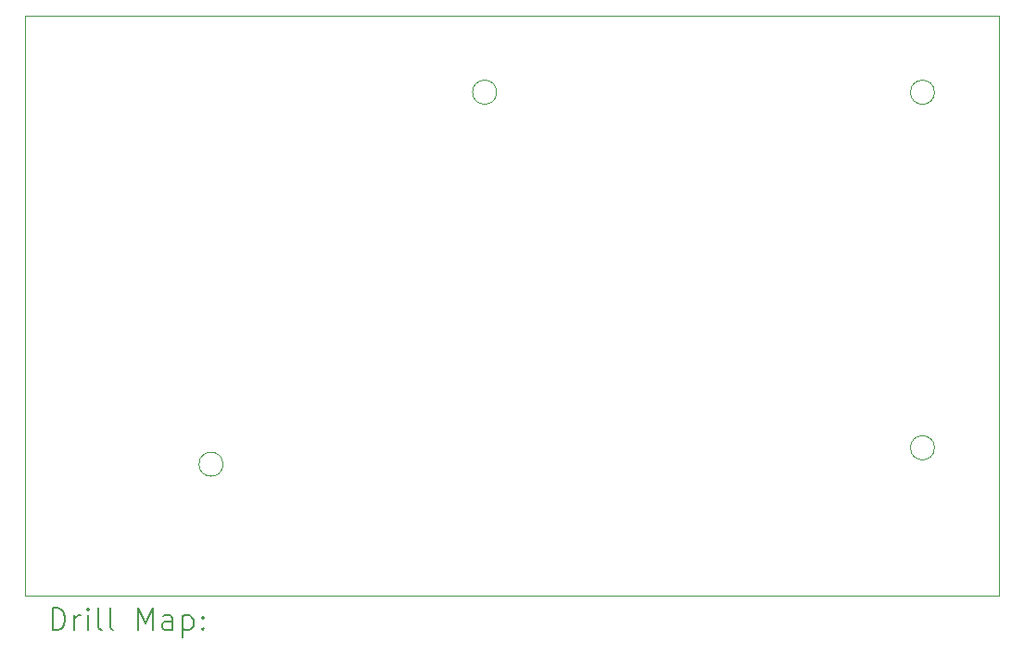
<source format=gbr>
%TF.GenerationSoftware,KiCad,Pcbnew,(6.0.9)*%
%TF.CreationDate,2023-01-27T09:56:45+11:00*%
%TF.ProjectId,CG22STAGE_MODULE,43473232-5354-4414-9745-5f4d4f44554c,rev?*%
%TF.SameCoordinates,Original*%
%TF.FileFunction,Drillmap*%
%TF.FilePolarity,Positive*%
%FSLAX45Y45*%
G04 Gerber Fmt 4.5, Leading zero omitted, Abs format (unit mm)*
G04 Created by KiCad (PCBNEW (6.0.9)) date 2023-01-27 09:56:45*
%MOMM*%
%LPD*%
G01*
G04 APERTURE LIST*
%ADD10C,0.100000*%
%ADD11C,0.200000*%
G04 APERTURE END LIST*
D10*
X14550000Y-13500000D02*
X23450000Y-13500000D01*
X23450000Y-13500000D02*
X23450000Y-8200000D01*
X23450000Y-8200000D02*
X14550000Y-8200000D01*
X14550000Y-8200000D02*
X14550000Y-13500000D01*
X18860000Y-8900000D02*
G75*
G03*
X18860000Y-8900000I-110000J0D01*
G01*
X22860000Y-8900000D02*
G75*
G03*
X22860000Y-8900000I-110000J0D01*
G01*
X22860000Y-12150000D02*
G75*
G03*
X22860000Y-12150000I-110000J0D01*
G01*
X16360000Y-12300000D02*
G75*
G03*
X16360000Y-12300000I-110000J0D01*
G01*
D11*
X14802619Y-13815476D02*
X14802619Y-13615476D01*
X14850238Y-13615476D01*
X14878809Y-13625000D01*
X14897857Y-13644048D01*
X14907381Y-13663095D01*
X14916905Y-13701190D01*
X14916905Y-13729762D01*
X14907381Y-13767857D01*
X14897857Y-13786905D01*
X14878809Y-13805952D01*
X14850238Y-13815476D01*
X14802619Y-13815476D01*
X15002619Y-13815476D02*
X15002619Y-13682143D01*
X15002619Y-13720238D02*
X15012143Y-13701190D01*
X15021667Y-13691667D01*
X15040714Y-13682143D01*
X15059762Y-13682143D01*
X15126428Y-13815476D02*
X15126428Y-13682143D01*
X15126428Y-13615476D02*
X15116905Y-13625000D01*
X15126428Y-13634524D01*
X15135952Y-13625000D01*
X15126428Y-13615476D01*
X15126428Y-13634524D01*
X15250238Y-13815476D02*
X15231190Y-13805952D01*
X15221667Y-13786905D01*
X15221667Y-13615476D01*
X15355000Y-13815476D02*
X15335952Y-13805952D01*
X15326428Y-13786905D01*
X15326428Y-13615476D01*
X15583571Y-13815476D02*
X15583571Y-13615476D01*
X15650238Y-13758333D01*
X15716905Y-13615476D01*
X15716905Y-13815476D01*
X15897857Y-13815476D02*
X15897857Y-13710714D01*
X15888333Y-13691667D01*
X15869286Y-13682143D01*
X15831190Y-13682143D01*
X15812143Y-13691667D01*
X15897857Y-13805952D02*
X15878809Y-13815476D01*
X15831190Y-13815476D01*
X15812143Y-13805952D01*
X15802619Y-13786905D01*
X15802619Y-13767857D01*
X15812143Y-13748809D01*
X15831190Y-13739286D01*
X15878809Y-13739286D01*
X15897857Y-13729762D01*
X15993095Y-13682143D02*
X15993095Y-13882143D01*
X15993095Y-13691667D02*
X16012143Y-13682143D01*
X16050238Y-13682143D01*
X16069286Y-13691667D01*
X16078809Y-13701190D01*
X16088333Y-13720238D01*
X16088333Y-13777381D01*
X16078809Y-13796428D01*
X16069286Y-13805952D01*
X16050238Y-13815476D01*
X16012143Y-13815476D01*
X15993095Y-13805952D01*
X16174048Y-13796428D02*
X16183571Y-13805952D01*
X16174048Y-13815476D01*
X16164524Y-13805952D01*
X16174048Y-13796428D01*
X16174048Y-13815476D01*
X16174048Y-13691667D02*
X16183571Y-13701190D01*
X16174048Y-13710714D01*
X16164524Y-13701190D01*
X16174048Y-13691667D01*
X16174048Y-13710714D01*
M02*

</source>
